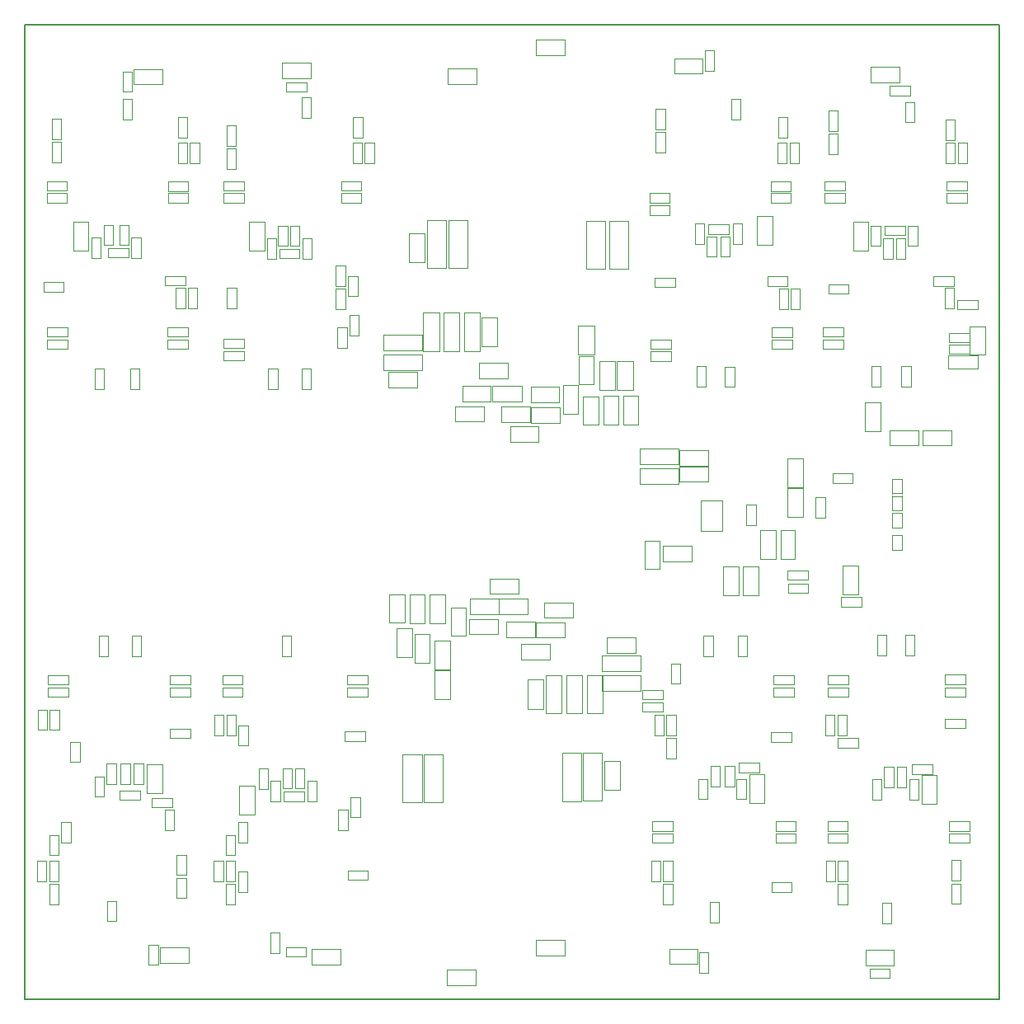
<source format=gbr>
G04 (created by PCBNEW (2013-05-16 BZR 4016)-stable) date 5. 1. 2014 18:07:51*
%MOIN*%
G04 Gerber Fmt 3.4, Leading zero omitted, Abs format*
%FSLAX34Y34*%
G01*
G70*
G90*
G04 APERTURE LIST*
%ADD10C,0.00590551*%
%ADD11C,0.002*%
G04 APERTURE END LIST*
G54D10*
X38779Y-61023D02*
X78149Y-61023D01*
X78149Y-61023D02*
X78149Y-21653D01*
X78149Y-21653D02*
X38779Y-21653D01*
X38779Y-21653D02*
X38779Y-61023D01*
G54D11*
X59441Y-22231D02*
X60599Y-22231D01*
X60599Y-22231D02*
X60599Y-22868D01*
X60589Y-22868D02*
X59431Y-22868D01*
X59431Y-22868D02*
X59431Y-22231D01*
X56666Y-29538D02*
X56666Y-31484D01*
X55892Y-31484D02*
X55892Y-29538D01*
X55892Y-29538D02*
X56666Y-29538D01*
X56666Y-31484D02*
X55892Y-31484D01*
X55800Y-29538D02*
X55800Y-31484D01*
X55026Y-31484D02*
X55026Y-29538D01*
X55026Y-29538D02*
X55800Y-29538D01*
X55800Y-31484D02*
X55026Y-31484D01*
X62237Y-29558D02*
X62237Y-31504D01*
X61463Y-31504D02*
X61463Y-29558D01*
X61463Y-29558D02*
X62237Y-29558D01*
X62237Y-31504D02*
X61463Y-31504D01*
X63162Y-29558D02*
X63162Y-31504D01*
X62388Y-31504D02*
X62388Y-29558D01*
X62388Y-29558D02*
X63162Y-29558D01*
X63162Y-31504D02*
X62388Y-31504D01*
X60498Y-53029D02*
X60498Y-51083D01*
X61272Y-51083D02*
X61272Y-53029D01*
X61272Y-53029D02*
X60498Y-53029D01*
X60498Y-51083D02*
X61272Y-51083D01*
X61325Y-53009D02*
X61325Y-51063D01*
X62099Y-51063D02*
X62099Y-53009D01*
X62099Y-53009D02*
X61325Y-53009D01*
X61325Y-51063D02*
X62099Y-51063D01*
X54888Y-53079D02*
X54888Y-51133D01*
X55662Y-51133D02*
X55662Y-53079D01*
X55662Y-53079D02*
X54888Y-53079D01*
X54888Y-51133D02*
X55662Y-51133D01*
X54042Y-53079D02*
X54042Y-51133D01*
X54816Y-51133D02*
X54816Y-53079D01*
X54816Y-53079D02*
X54042Y-53079D01*
X54042Y-51133D02*
X54816Y-51133D01*
X74215Y-41377D02*
X74215Y-41968D01*
X74215Y-41966D02*
X73835Y-41966D01*
X73835Y-41968D02*
X73835Y-41377D01*
X73835Y-41379D02*
X74215Y-41379D01*
X74215Y-40688D02*
X74215Y-41279D01*
X74215Y-41277D02*
X73835Y-41277D01*
X73835Y-41279D02*
X73835Y-40688D01*
X73835Y-40690D02*
X74215Y-40690D01*
X74225Y-42283D02*
X74225Y-42874D01*
X74225Y-42872D02*
X73845Y-42872D01*
X73845Y-42874D02*
X73845Y-42283D01*
X73845Y-42285D02*
X74225Y-42285D01*
X74215Y-40000D02*
X74215Y-40590D01*
X74215Y-40588D02*
X73835Y-40588D01*
X73835Y-40590D02*
X73835Y-40000D01*
X73835Y-40001D02*
X74215Y-40001D01*
X69894Y-42058D02*
X69894Y-43216D01*
X69894Y-43226D02*
X69337Y-43226D01*
X69337Y-43226D02*
X69337Y-42068D01*
X69337Y-42058D02*
X69894Y-42058D01*
X76113Y-34996D02*
X77271Y-34996D01*
X77281Y-34996D02*
X77281Y-35554D01*
X77281Y-35554D02*
X76123Y-35554D01*
X76113Y-35554D02*
X76113Y-34996D01*
X66099Y-42114D02*
X66099Y-40857D01*
X66099Y-40857D02*
X66951Y-40857D01*
X66951Y-40867D02*
X66951Y-42104D01*
X66951Y-42114D02*
X66099Y-42114D01*
X44338Y-24048D02*
X43180Y-24048D01*
X43180Y-24048D02*
X43180Y-23431D01*
X43180Y-23431D02*
X44338Y-23431D01*
X44338Y-23431D02*
X44338Y-24048D01*
X50332Y-23802D02*
X49174Y-23802D01*
X49174Y-23802D02*
X49174Y-23185D01*
X49174Y-23185D02*
X50332Y-23185D01*
X50332Y-23185D02*
X50332Y-23802D01*
X48448Y-29617D02*
X48448Y-30775D01*
X48448Y-30775D02*
X47831Y-30775D01*
X47831Y-30775D02*
X47831Y-29617D01*
X47831Y-29617D02*
X48448Y-29617D01*
X41331Y-29598D02*
X41331Y-30756D01*
X41331Y-30756D02*
X40715Y-30756D01*
X40715Y-30756D02*
X40715Y-29598D01*
X40715Y-29598D02*
X41331Y-29598D01*
X43707Y-52695D02*
X43707Y-51537D01*
X43707Y-51537D02*
X44324Y-51537D01*
X44324Y-51537D02*
X44324Y-52695D01*
X44324Y-52695D02*
X43707Y-52695D01*
X47437Y-53571D02*
X47437Y-52413D01*
X47437Y-52413D02*
X48054Y-52413D01*
X48054Y-52413D02*
X48054Y-53571D01*
X48054Y-53571D02*
X47437Y-53571D01*
X45391Y-59570D02*
X44233Y-59570D01*
X44233Y-59570D02*
X44233Y-58953D01*
X44233Y-58953D02*
X45391Y-58953D01*
X45391Y-58953D02*
X45391Y-59570D01*
X51523Y-59629D02*
X50365Y-59629D01*
X50365Y-59629D02*
X50365Y-59012D01*
X50365Y-59012D02*
X51523Y-59012D01*
X51523Y-59012D02*
X51523Y-59629D01*
X64814Y-58992D02*
X65972Y-58992D01*
X65972Y-58992D02*
X65972Y-59609D01*
X65972Y-59609D02*
X64814Y-59609D01*
X64814Y-59609D02*
X64814Y-58992D01*
X72747Y-59051D02*
X73905Y-59051D01*
X73905Y-59051D02*
X73905Y-59668D01*
X73905Y-59668D02*
X72747Y-59668D01*
X72747Y-59668D02*
X72747Y-59051D01*
X68057Y-53108D02*
X68057Y-51950D01*
X68057Y-51950D02*
X68674Y-51950D01*
X68674Y-51950D02*
X68674Y-53108D01*
X68674Y-53108D02*
X68057Y-53108D01*
X75016Y-53138D02*
X75016Y-51980D01*
X75016Y-51980D02*
X75633Y-51980D01*
X75633Y-51980D02*
X75633Y-53138D01*
X75633Y-53138D02*
X75016Y-53138D01*
X68989Y-29381D02*
X68989Y-30539D01*
X68989Y-30539D02*
X68372Y-30539D01*
X68372Y-30539D02*
X68372Y-29381D01*
X68372Y-29381D02*
X68989Y-29381D01*
X72867Y-29598D02*
X72867Y-30756D01*
X72867Y-30756D02*
X72250Y-30756D01*
X72250Y-30756D02*
X72250Y-29598D01*
X72250Y-29598D02*
X72867Y-29598D01*
X65021Y-22998D02*
X66179Y-22998D01*
X66179Y-22998D02*
X66179Y-23615D01*
X66179Y-23615D02*
X65021Y-23615D01*
X65021Y-23615D02*
X65021Y-22998D01*
X72974Y-23353D02*
X74132Y-23353D01*
X74132Y-23353D02*
X74132Y-23969D01*
X74132Y-23969D02*
X72974Y-23969D01*
X72974Y-23969D02*
X72974Y-23353D01*
X59091Y-49279D02*
X59091Y-48121D01*
X59091Y-48121D02*
X59727Y-48121D01*
X59727Y-48131D02*
X59727Y-49289D01*
X59727Y-49289D02*
X59091Y-49289D01*
X57240Y-34634D02*
X57240Y-33476D01*
X57240Y-33476D02*
X57877Y-33476D01*
X57877Y-33485D02*
X57877Y-34643D01*
X57877Y-34643D02*
X57240Y-34643D01*
X53476Y-35666D02*
X54634Y-35666D01*
X54634Y-35666D02*
X54634Y-36302D01*
X54624Y-36302D02*
X53466Y-36302D01*
X53466Y-36302D02*
X53466Y-35666D01*
X57029Y-24038D02*
X55871Y-24038D01*
X55871Y-24038D02*
X55871Y-23401D01*
X55880Y-23401D02*
X57038Y-23401D01*
X57038Y-23401D02*
X57038Y-24038D01*
X56989Y-60463D02*
X55831Y-60463D01*
X55831Y-60463D02*
X55831Y-59826D01*
X55840Y-59826D02*
X56998Y-59826D01*
X56998Y-59826D02*
X56998Y-60463D01*
X59441Y-58641D02*
X60599Y-58641D01*
X60599Y-58641D02*
X60599Y-59278D01*
X60589Y-59278D02*
X59431Y-59278D01*
X59431Y-59278D02*
X59431Y-58641D01*
X66386Y-39491D02*
X65228Y-39491D01*
X65228Y-39491D02*
X65228Y-38855D01*
X65237Y-38855D02*
X66395Y-38855D01*
X66395Y-38855D02*
X66395Y-39491D01*
X66386Y-40101D02*
X65228Y-40101D01*
X65228Y-40101D02*
X65228Y-39465D01*
X65237Y-39465D02*
X66395Y-39465D01*
X66395Y-39465D02*
X66395Y-40101D01*
X64578Y-42693D02*
X65736Y-42693D01*
X65736Y-42693D02*
X65736Y-43329D01*
X65726Y-43329D02*
X64568Y-43329D01*
X64568Y-43329D02*
X64568Y-42693D01*
X57940Y-44840D02*
X59098Y-44840D01*
X59098Y-44840D02*
X59098Y-45477D01*
X59088Y-45477D02*
X57930Y-45477D01*
X57930Y-45477D02*
X57930Y-44840D01*
X57909Y-45469D02*
X56751Y-45469D01*
X56751Y-45469D02*
X56751Y-44832D01*
X56760Y-44832D02*
X57918Y-44832D01*
X57918Y-44832D02*
X57918Y-45469D01*
X53796Y-47193D02*
X53796Y-46035D01*
X53796Y-46035D02*
X54432Y-46035D01*
X54432Y-46045D02*
X54432Y-47203D01*
X54432Y-47203D02*
X53796Y-47203D01*
X62181Y-52557D02*
X62181Y-51399D01*
X62181Y-51399D02*
X62818Y-51399D01*
X62818Y-51409D02*
X62818Y-52567D01*
X62818Y-52567D02*
X62181Y-52567D01*
X58854Y-46666D02*
X60012Y-46666D01*
X60012Y-46666D02*
X60012Y-47303D01*
X60002Y-47303D02*
X58844Y-47303D01*
X58844Y-47303D02*
X58844Y-46666D01*
X62295Y-46414D02*
X63453Y-46414D01*
X63453Y-46414D02*
X63453Y-47050D01*
X63443Y-47050D02*
X62285Y-47050D01*
X62285Y-47050D02*
X62285Y-46414D01*
X58243Y-45784D02*
X59401Y-45784D01*
X59401Y-45784D02*
X59401Y-46421D01*
X59391Y-46421D02*
X58233Y-46421D01*
X58233Y-46421D02*
X58233Y-45784D01*
X55963Y-47753D02*
X55963Y-48911D01*
X55963Y-48911D02*
X55326Y-48911D01*
X55326Y-48901D02*
X55326Y-47743D01*
X55326Y-47743D02*
X55963Y-47743D01*
X59201Y-37693D02*
X58043Y-37693D01*
X58043Y-37693D02*
X58043Y-37056D01*
X58052Y-37056D02*
X59210Y-37056D01*
X59210Y-37056D02*
X59210Y-37693D01*
X59247Y-37103D02*
X60405Y-37103D01*
X60405Y-37103D02*
X60405Y-37740D01*
X60395Y-37740D02*
X59237Y-37740D01*
X59237Y-37740D02*
X59237Y-37103D01*
X63349Y-35247D02*
X63349Y-36405D01*
X63349Y-36405D02*
X62713Y-36405D01*
X62713Y-36395D02*
X62713Y-35237D01*
X62713Y-35237D02*
X63349Y-35237D01*
X54924Y-30090D02*
X54924Y-31248D01*
X54924Y-31248D02*
X54288Y-31248D01*
X54288Y-31238D02*
X54288Y-30080D01*
X54288Y-30080D02*
X54924Y-30080D01*
X58303Y-35953D02*
X57145Y-35953D01*
X57145Y-35953D02*
X57145Y-35316D01*
X57154Y-35316D02*
X58312Y-35316D01*
X58312Y-35316D02*
X58312Y-35953D01*
X58838Y-36866D02*
X57680Y-36866D01*
X57680Y-36866D02*
X57680Y-36229D01*
X57689Y-36229D02*
X58847Y-36229D01*
X58847Y-36229D02*
X58847Y-36866D01*
X61145Y-34978D02*
X61145Y-33820D01*
X61145Y-33820D02*
X61782Y-33820D01*
X61782Y-33829D02*
X61782Y-34987D01*
X61782Y-34987D02*
X61145Y-34987D01*
X63633Y-39563D02*
X65185Y-39563D01*
X65185Y-40199D02*
X63633Y-40199D01*
X63633Y-40199D02*
X63633Y-39563D01*
X65185Y-39563D02*
X65185Y-40199D01*
X63633Y-38756D02*
X65185Y-38756D01*
X65185Y-39392D02*
X63633Y-39392D01*
X63633Y-39392D02*
X63633Y-38756D01*
X65185Y-38756D02*
X65185Y-39392D01*
X60475Y-47924D02*
X60475Y-49476D01*
X59839Y-49476D02*
X59839Y-47924D01*
X59839Y-47924D02*
X60475Y-47924D01*
X60475Y-49476D02*
X59839Y-49476D01*
X61302Y-47924D02*
X61302Y-49476D01*
X60666Y-49476D02*
X60666Y-47924D01*
X60666Y-47924D02*
X61302Y-47924D01*
X61302Y-49476D02*
X60666Y-49476D01*
X62129Y-47924D02*
X62129Y-49476D01*
X61492Y-49476D02*
X61492Y-47924D01*
X61492Y-47924D02*
X62129Y-47924D01*
X62129Y-49476D02*
X61492Y-49476D01*
X62098Y-47949D02*
X63650Y-47949D01*
X63650Y-48585D02*
X62098Y-48585D01*
X62098Y-48585D02*
X62098Y-47949D01*
X63650Y-47949D02*
X63650Y-48585D01*
X62098Y-47122D02*
X63650Y-47122D01*
X63650Y-47759D02*
X62098Y-47759D01*
X62098Y-47759D02*
X62098Y-47122D01*
X63650Y-47122D02*
X63650Y-47759D01*
X56532Y-34831D02*
X56532Y-33279D01*
X57168Y-33279D02*
X57168Y-34831D01*
X57168Y-34831D02*
X56532Y-34831D01*
X56532Y-33279D02*
X57168Y-33279D01*
X55705Y-34831D02*
X55705Y-33279D01*
X56341Y-33279D02*
X56341Y-34831D01*
X56341Y-34831D02*
X55705Y-34831D01*
X55705Y-33279D02*
X56341Y-33279D01*
X54878Y-34831D02*
X54878Y-33279D01*
X55514Y-33279D02*
X55514Y-34831D01*
X55514Y-34831D02*
X54878Y-34831D01*
X54878Y-33279D02*
X55514Y-33279D01*
X54831Y-34806D02*
X53279Y-34806D01*
X53279Y-34170D02*
X54831Y-34170D01*
X54831Y-34170D02*
X54831Y-34806D01*
X53279Y-34806D02*
X53279Y-34170D01*
X54831Y-35593D02*
X53279Y-35593D01*
X53279Y-34957D02*
X54831Y-34957D01*
X54831Y-34957D02*
X54831Y-35593D01*
X53279Y-35593D02*
X53279Y-34957D01*
X68418Y-43535D02*
X68418Y-44693D01*
X68418Y-44693D02*
X67801Y-44693D01*
X67801Y-44693D02*
X67801Y-43535D01*
X67801Y-43535D02*
X68418Y-43535D01*
X67621Y-43535D02*
X67621Y-44693D01*
X67621Y-44693D02*
X67004Y-44693D01*
X67004Y-44693D02*
X67004Y-43535D01*
X67004Y-43535D02*
X67621Y-43535D01*
X72453Y-43515D02*
X72453Y-44673D01*
X72453Y-44673D02*
X71837Y-44673D01*
X71837Y-44673D02*
X71837Y-43515D01*
X71837Y-43515D02*
X72453Y-43515D01*
X68510Y-43226D02*
X68510Y-42068D01*
X68510Y-42068D02*
X69127Y-42068D01*
X69127Y-42068D02*
X69127Y-43226D01*
X69127Y-43226D02*
X68510Y-43226D01*
X76975Y-34988D02*
X76975Y-33830D01*
X76975Y-33830D02*
X77591Y-33830D01*
X77591Y-33830D02*
X77591Y-34988D01*
X77591Y-34988D02*
X76975Y-34988D01*
X73359Y-36901D02*
X73359Y-38059D01*
X73359Y-38059D02*
X72742Y-38059D01*
X72742Y-38059D02*
X72742Y-36901D01*
X72742Y-36901D02*
X73359Y-36901D01*
X75070Y-38038D02*
X76228Y-38038D01*
X76228Y-38038D02*
X76228Y-38654D01*
X76228Y-38654D02*
X75070Y-38654D01*
X75070Y-38654D02*
X75070Y-38038D01*
X74890Y-38654D02*
X73732Y-38654D01*
X73732Y-38654D02*
X73732Y-38038D01*
X73732Y-38038D02*
X74890Y-38038D01*
X74890Y-38038D02*
X74890Y-38654D01*
X70219Y-39184D02*
X70219Y-40342D01*
X70219Y-40342D02*
X69603Y-40342D01*
X69603Y-40342D02*
X69603Y-39184D01*
X69603Y-39184D02*
X70219Y-39184D01*
X70219Y-40385D02*
X70219Y-41543D01*
X70219Y-41543D02*
X69603Y-41543D01*
X69603Y-41543D02*
X69603Y-40385D01*
X69603Y-40385D02*
X70219Y-40385D01*
X64442Y-42491D02*
X64442Y-43649D01*
X64442Y-43649D02*
X63825Y-43649D01*
X63825Y-43649D02*
X63825Y-42491D01*
X63825Y-42491D02*
X64442Y-42491D01*
X56611Y-45194D02*
X56611Y-46352D01*
X56611Y-46352D02*
X55994Y-46352D01*
X55994Y-46352D02*
X55994Y-45194D01*
X55994Y-45194D02*
X56611Y-45194D01*
X54521Y-47438D02*
X54521Y-46280D01*
X54521Y-46280D02*
X55138Y-46280D01*
X55138Y-46280D02*
X55138Y-47438D01*
X55138Y-47438D02*
X54521Y-47438D01*
X54324Y-45824D02*
X54324Y-44666D01*
X54324Y-44666D02*
X54941Y-44666D01*
X54941Y-44666D02*
X54941Y-45824D01*
X54941Y-45824D02*
X54324Y-45824D01*
X57574Y-44031D02*
X58732Y-44031D01*
X58732Y-44031D02*
X58732Y-44648D01*
X58732Y-44648D02*
X57574Y-44648D01*
X57574Y-44648D02*
X57574Y-44031D01*
X54119Y-44662D02*
X54119Y-45820D01*
X54119Y-45820D02*
X53502Y-45820D01*
X53502Y-45820D02*
X53502Y-44662D01*
X53502Y-44662D02*
X54119Y-44662D01*
X55131Y-45824D02*
X55131Y-44666D01*
X55131Y-44666D02*
X55748Y-44666D01*
X55748Y-44666D02*
X55748Y-45824D01*
X55748Y-45824D02*
X55131Y-45824D01*
X55961Y-46532D02*
X55961Y-47690D01*
X55961Y-47690D02*
X55344Y-47690D01*
X55344Y-47690D02*
X55344Y-46532D01*
X55344Y-46532D02*
X55961Y-46532D01*
X59779Y-44995D02*
X60937Y-44995D01*
X60937Y-44995D02*
X60937Y-45612D01*
X60937Y-45612D02*
X59779Y-45612D01*
X59779Y-45612D02*
X59779Y-44995D01*
X59440Y-45794D02*
X60598Y-45794D01*
X60598Y-45794D02*
X60598Y-46411D01*
X60598Y-46411D02*
X59440Y-46411D01*
X59440Y-46411D02*
X59440Y-45794D01*
X57890Y-46278D02*
X56732Y-46278D01*
X56732Y-46278D02*
X56732Y-45661D01*
X56732Y-45661D02*
X57890Y-45661D01*
X57890Y-45661D02*
X57890Y-46278D01*
X60525Y-37379D02*
X60525Y-36221D01*
X60525Y-36221D02*
X61142Y-36221D01*
X61142Y-36221D02*
X61142Y-37379D01*
X61142Y-37379D02*
X60525Y-37379D01*
X62615Y-35233D02*
X62615Y-36391D01*
X62615Y-36391D02*
X61998Y-36391D01*
X61998Y-36391D02*
X61998Y-35233D01*
X61998Y-35233D02*
X62615Y-35233D01*
X62772Y-36631D02*
X62772Y-37789D01*
X62772Y-37789D02*
X62155Y-37789D01*
X62155Y-37789D02*
X62155Y-36631D01*
X62155Y-36631D02*
X62772Y-36631D01*
X59543Y-38502D02*
X58385Y-38502D01*
X58385Y-38502D02*
X58385Y-37885D01*
X58385Y-37885D02*
X59543Y-37885D01*
X59543Y-37885D02*
X59543Y-38502D01*
X62958Y-37793D02*
X62958Y-36635D01*
X62958Y-36635D02*
X63575Y-36635D01*
X63575Y-36635D02*
X63575Y-37793D01*
X63575Y-37793D02*
X62958Y-37793D01*
X61953Y-36662D02*
X61953Y-37820D01*
X61953Y-37820D02*
X61336Y-37820D01*
X61336Y-37820D02*
X61336Y-36662D01*
X61336Y-36662D02*
X61953Y-36662D01*
X61147Y-36186D02*
X61147Y-35028D01*
X61147Y-35028D02*
X61764Y-35028D01*
X61764Y-35028D02*
X61764Y-36186D01*
X61764Y-36186D02*
X61147Y-36186D01*
X57327Y-37683D02*
X56169Y-37683D01*
X56169Y-37683D02*
X56169Y-37066D01*
X56169Y-37066D02*
X57327Y-37066D01*
X57327Y-37066D02*
X57327Y-37683D01*
X57606Y-36856D02*
X56448Y-36856D01*
X56448Y-36856D02*
X56448Y-36239D01*
X56448Y-36239D02*
X57606Y-36239D01*
X57606Y-36239D02*
X57606Y-36856D01*
X59220Y-36287D02*
X60378Y-36287D01*
X60378Y-36287D02*
X60378Y-36904D01*
X60378Y-36904D02*
X59220Y-36904D01*
X59220Y-36904D02*
X59220Y-36287D01*
X71120Y-40748D02*
X71120Y-41571D01*
X71120Y-41571D02*
X70740Y-41571D01*
X70740Y-41571D02*
X70740Y-40748D01*
X70740Y-40748D02*
X71120Y-40748D01*
X71773Y-44780D02*
X72596Y-44780D01*
X72596Y-44780D02*
X72596Y-45160D01*
X72596Y-45160D02*
X71773Y-45160D01*
X71773Y-45160D02*
X71773Y-44780D01*
X69617Y-44239D02*
X70441Y-44239D01*
X70441Y-44239D02*
X70441Y-44619D01*
X70441Y-44619D02*
X69617Y-44619D01*
X69617Y-44619D02*
X69617Y-44239D01*
X43556Y-51507D02*
X43556Y-52330D01*
X43556Y-52330D02*
X43176Y-52330D01*
X43176Y-52330D02*
X43176Y-51507D01*
X43176Y-51507D02*
X43556Y-51507D01*
X49233Y-52644D02*
X50057Y-52644D01*
X50057Y-52644D02*
X50057Y-53024D01*
X50057Y-53024D02*
X49233Y-53024D01*
X49233Y-53024D02*
X49233Y-52644D01*
X44156Y-58830D02*
X44156Y-59653D01*
X44156Y-59653D02*
X43776Y-59653D01*
X43776Y-59653D02*
X43776Y-58830D01*
X43776Y-58830D02*
X44156Y-58830D01*
X50145Y-59314D02*
X49322Y-59314D01*
X49322Y-59314D02*
X49322Y-58934D01*
X49322Y-58934D02*
X50145Y-58934D01*
X50145Y-58934D02*
X50145Y-59314D01*
X68462Y-51863D02*
X67639Y-51863D01*
X67639Y-51863D02*
X67639Y-51483D01*
X67639Y-51483D02*
X68462Y-51483D01*
X68462Y-51483D02*
X68462Y-51863D01*
X75460Y-51922D02*
X74637Y-51922D01*
X74637Y-51922D02*
X74637Y-51542D01*
X74637Y-51542D02*
X75460Y-51542D01*
X75460Y-51542D02*
X75460Y-51922D01*
X66410Y-59155D02*
X66410Y-59978D01*
X66410Y-59978D02*
X66030Y-59978D01*
X66030Y-59978D02*
X66030Y-59155D01*
X66030Y-59155D02*
X66410Y-59155D01*
X73738Y-60170D02*
X72915Y-60170D01*
X72915Y-60170D02*
X72915Y-59790D01*
X72915Y-59790D02*
X73738Y-59790D01*
X73738Y-59790D02*
X73738Y-60170D01*
X73525Y-29770D02*
X74348Y-29770D01*
X74348Y-29770D02*
X74348Y-30150D01*
X74348Y-30150D02*
X73525Y-30150D01*
X73525Y-30150D02*
X73525Y-29770D01*
X67222Y-30091D02*
X66399Y-30091D01*
X66399Y-30091D02*
X66399Y-29711D01*
X66399Y-29711D02*
X67222Y-29711D01*
X67222Y-29711D02*
X67222Y-30091D01*
X73732Y-24111D02*
X74555Y-24111D01*
X74555Y-24111D02*
X74555Y-24491D01*
X74555Y-24491D02*
X73732Y-24491D01*
X73732Y-24491D02*
X73732Y-24111D01*
X66266Y-23512D02*
X66266Y-22688D01*
X66266Y-22688D02*
X66646Y-22688D01*
X66646Y-22688D02*
X66646Y-23512D01*
X66646Y-23512D02*
X66266Y-23512D01*
X49880Y-31075D02*
X49056Y-31075D01*
X49056Y-31075D02*
X49056Y-30695D01*
X49056Y-30695D02*
X49880Y-30695D01*
X49880Y-30695D02*
X49880Y-31075D01*
X42127Y-30656D02*
X42951Y-30656D01*
X42951Y-30656D02*
X42951Y-31036D01*
X42951Y-31036D02*
X42127Y-31036D01*
X42127Y-31036D02*
X42127Y-30656D01*
X49332Y-23963D02*
X50155Y-23963D01*
X50155Y-23963D02*
X50155Y-24343D01*
X50155Y-24343D02*
X49332Y-24343D01*
X49332Y-24343D02*
X49332Y-23963D01*
X43103Y-23525D02*
X43103Y-24348D01*
X43103Y-24348D02*
X42723Y-24348D01*
X42723Y-24348D02*
X42723Y-23525D01*
X42723Y-23525D02*
X43103Y-23525D01*
X68319Y-41045D02*
X68319Y-41868D01*
X68319Y-41868D02*
X67939Y-41868D01*
X67939Y-41868D02*
X67939Y-41045D01*
X67939Y-41045D02*
X68319Y-41045D01*
X71418Y-39780D02*
X72241Y-39780D01*
X72241Y-39780D02*
X72241Y-40160D01*
X72241Y-40160D02*
X71418Y-40160D01*
X71418Y-40160D02*
X71418Y-39780D01*
X41758Y-47163D02*
X41758Y-46340D01*
X41758Y-46340D02*
X42138Y-46340D01*
X42138Y-46340D02*
X42138Y-47163D01*
X42138Y-47163D02*
X41758Y-47163D01*
X40987Y-50631D02*
X40987Y-51454D01*
X40987Y-51454D02*
X40607Y-51454D01*
X40607Y-51454D02*
X40607Y-50631D01*
X40607Y-50631D02*
X40987Y-50631D01*
X40529Y-48812D02*
X39706Y-48812D01*
X39706Y-48812D02*
X39706Y-48432D01*
X39706Y-48432D02*
X40529Y-48432D01*
X40529Y-48432D02*
X40529Y-48812D01*
X43423Y-52975D02*
X42600Y-52975D01*
X42600Y-52975D02*
X42600Y-52595D01*
X42600Y-52595D02*
X43423Y-52595D01*
X43423Y-52595D02*
X43423Y-52975D01*
X44627Y-48432D02*
X45451Y-48432D01*
X45451Y-48432D02*
X45451Y-48812D01*
X45451Y-48812D02*
X44627Y-48812D01*
X44627Y-48812D02*
X44627Y-48432D01*
X44627Y-50105D02*
X45451Y-50105D01*
X45451Y-50105D02*
X45451Y-50485D01*
X45451Y-50485D02*
X44627Y-50485D01*
X44627Y-50485D02*
X44627Y-50105D01*
X43024Y-51517D02*
X43024Y-52340D01*
X43024Y-52340D02*
X42644Y-52340D01*
X42644Y-52340D02*
X42644Y-51517D01*
X42644Y-51517D02*
X43024Y-51517D01*
X42453Y-51517D02*
X42453Y-52340D01*
X42453Y-52340D02*
X42073Y-52340D01*
X42073Y-52340D02*
X42073Y-51517D01*
X42073Y-51517D02*
X42453Y-51517D01*
X40160Y-49322D02*
X40160Y-50145D01*
X40160Y-50145D02*
X39780Y-50145D01*
X39780Y-50145D02*
X39780Y-49322D01*
X39780Y-49322D02*
X40160Y-49322D01*
X40529Y-48319D02*
X39706Y-48319D01*
X39706Y-48319D02*
X39706Y-47939D01*
X39706Y-47939D02*
X40529Y-47939D01*
X40529Y-47939D02*
X40529Y-48319D01*
X44627Y-47939D02*
X45451Y-47939D01*
X45451Y-47939D02*
X45451Y-48319D01*
X45451Y-48319D02*
X44627Y-48319D01*
X44627Y-48319D02*
X44627Y-47939D01*
X51704Y-50213D02*
X52527Y-50213D01*
X52527Y-50213D02*
X52527Y-50593D01*
X52527Y-50593D02*
X51704Y-50593D01*
X51704Y-50593D02*
X51704Y-50213D01*
X47577Y-48812D02*
X46753Y-48812D01*
X46753Y-48812D02*
X46753Y-48432D01*
X46753Y-48432D02*
X47577Y-48432D01*
X47577Y-48432D02*
X47577Y-48812D01*
X48595Y-51704D02*
X48595Y-52527D01*
X48595Y-52527D02*
X48215Y-52527D01*
X48215Y-52527D02*
X48215Y-51704D01*
X48215Y-51704D02*
X48595Y-51704D01*
X49160Y-47163D02*
X49160Y-46340D01*
X49160Y-46340D02*
X49540Y-46340D01*
X49540Y-46340D02*
X49540Y-47163D01*
X49540Y-47163D02*
X49160Y-47163D01*
X51812Y-48432D02*
X52636Y-48432D01*
X52636Y-48432D02*
X52636Y-48812D01*
X52636Y-48812D02*
X51812Y-48812D01*
X51812Y-48812D02*
X51812Y-48432D01*
X47788Y-49962D02*
X47788Y-50785D01*
X47788Y-50785D02*
X47408Y-50785D01*
X47408Y-50785D02*
X47408Y-49962D01*
X47408Y-49962D02*
X47788Y-49962D01*
X50071Y-51694D02*
X50071Y-52517D01*
X50071Y-52517D02*
X49691Y-52517D01*
X49691Y-52517D02*
X49691Y-51694D01*
X49691Y-51694D02*
X50071Y-51694D01*
X49579Y-51694D02*
X49579Y-52517D01*
X49579Y-52517D02*
X49199Y-52517D01*
X49199Y-52517D02*
X49199Y-51694D01*
X49199Y-51694D02*
X49579Y-51694D01*
X47296Y-49548D02*
X47296Y-50372D01*
X47296Y-50372D02*
X46916Y-50372D01*
X46916Y-50372D02*
X46916Y-49548D01*
X46916Y-49548D02*
X47296Y-49548D01*
X47577Y-48319D02*
X46753Y-48319D01*
X46753Y-48319D02*
X46753Y-47939D01*
X46753Y-47939D02*
X47577Y-47939D01*
X47577Y-47939D02*
X47577Y-48319D01*
X51812Y-47939D02*
X52636Y-47939D01*
X52636Y-47939D02*
X52636Y-48319D01*
X52636Y-48319D02*
X51812Y-48319D01*
X51812Y-48319D02*
X51812Y-47939D01*
X42473Y-57058D02*
X42473Y-57882D01*
X42473Y-57882D02*
X42093Y-57882D01*
X42093Y-57882D02*
X42093Y-57058D01*
X42093Y-57058D02*
X42473Y-57058D01*
X39750Y-57203D02*
X39750Y-56379D01*
X39750Y-56379D02*
X40130Y-56379D01*
X40130Y-56379D02*
X40130Y-57203D01*
X40130Y-57203D02*
X39750Y-57203D01*
X39750Y-55214D02*
X39750Y-54391D01*
X39750Y-54391D02*
X40130Y-54391D01*
X40130Y-54391D02*
X40130Y-55214D01*
X40130Y-55214D02*
X39750Y-55214D01*
X41581Y-52852D02*
X41581Y-52029D01*
X41581Y-52029D02*
X41961Y-52029D01*
X41961Y-52029D02*
X41961Y-52852D01*
X41961Y-52852D02*
X41581Y-52852D01*
X43909Y-52890D02*
X44732Y-52890D01*
X44732Y-52890D02*
X44732Y-53270D01*
X44732Y-53270D02*
X43909Y-53270D01*
X43909Y-53270D02*
X43909Y-52890D01*
X43097Y-47163D02*
X43097Y-46340D01*
X43097Y-46340D02*
X43477Y-46340D01*
X43477Y-46340D02*
X43477Y-47163D01*
X43477Y-47163D02*
X43097Y-47163D01*
X44908Y-56947D02*
X44908Y-56123D01*
X44908Y-56123D02*
X45288Y-56123D01*
X45288Y-56123D02*
X45288Y-56947D01*
X45288Y-56947D02*
X44908Y-56947D01*
X45288Y-55198D02*
X45288Y-56021D01*
X45288Y-56021D02*
X44908Y-56021D01*
X44908Y-56021D02*
X44908Y-55198D01*
X44908Y-55198D02*
X45288Y-55198D01*
X40130Y-55454D02*
X40130Y-56277D01*
X40130Y-56277D02*
X39750Y-56277D01*
X39750Y-56277D02*
X39750Y-55454D01*
X39750Y-55454D02*
X40130Y-55454D01*
X40623Y-53879D02*
X40623Y-54703D01*
X40623Y-54703D02*
X40243Y-54703D01*
X40243Y-54703D02*
X40243Y-53879D01*
X40243Y-53879D02*
X40623Y-53879D01*
X44432Y-54191D02*
X44432Y-53367D01*
X44432Y-53367D02*
X44812Y-53367D01*
X44812Y-53367D02*
X44812Y-54191D01*
X44812Y-54191D02*
X44432Y-54191D01*
X51822Y-55823D02*
X52645Y-55823D01*
X52645Y-55823D02*
X52645Y-56203D01*
X52645Y-56203D02*
X51822Y-56203D01*
X51822Y-56203D02*
X51822Y-55823D01*
X46896Y-57203D02*
X46896Y-56379D01*
X46896Y-56379D02*
X47276Y-56379D01*
X47276Y-56379D02*
X47276Y-57203D01*
X47276Y-57203D02*
X46896Y-57203D01*
X46896Y-55214D02*
X46896Y-54391D01*
X46896Y-54391D02*
X47276Y-54391D01*
X47276Y-54391D02*
X47276Y-55214D01*
X47276Y-55214D02*
X46896Y-55214D01*
X50184Y-53029D02*
X50184Y-52206D01*
X50184Y-52206D02*
X50564Y-52206D01*
X50564Y-52206D02*
X50564Y-53029D01*
X50564Y-53029D02*
X50184Y-53029D01*
X52315Y-52856D02*
X52315Y-53679D01*
X52315Y-53679D02*
X51935Y-53679D01*
X51935Y-53679D02*
X51935Y-52856D01*
X51935Y-52856D02*
X52315Y-52856D01*
X47768Y-55867D02*
X47768Y-56691D01*
X47768Y-56691D02*
X47388Y-56691D01*
X47388Y-56691D02*
X47388Y-55867D01*
X47388Y-55867D02*
X47768Y-55867D01*
X48707Y-53029D02*
X48707Y-52206D01*
X48707Y-52206D02*
X49087Y-52206D01*
X49087Y-52206D02*
X49087Y-53029D01*
X49087Y-53029D02*
X48707Y-53029D01*
X49077Y-58338D02*
X49077Y-59161D01*
X49077Y-59161D02*
X48697Y-59161D01*
X48697Y-59161D02*
X48697Y-58338D01*
X48697Y-58338D02*
X49077Y-58338D01*
X47276Y-55454D02*
X47276Y-56277D01*
X47276Y-56277D02*
X46896Y-56277D01*
X46896Y-56277D02*
X46896Y-55454D01*
X46896Y-55454D02*
X47276Y-55454D01*
X47768Y-53879D02*
X47768Y-54703D01*
X47768Y-54703D02*
X47388Y-54703D01*
X47388Y-54703D02*
X47388Y-53879D01*
X47388Y-53879D02*
X47768Y-53879D01*
X51443Y-54191D02*
X51443Y-53367D01*
X51443Y-53367D02*
X51823Y-53367D01*
X51823Y-53367D02*
X51823Y-54191D01*
X51823Y-54191D02*
X51443Y-54191D01*
X67546Y-52951D02*
X67546Y-52127D01*
X67546Y-52127D02*
X67926Y-52127D01*
X67926Y-52127D02*
X67926Y-52951D01*
X67926Y-52951D02*
X67546Y-52951D01*
X64565Y-48910D02*
X63741Y-48910D01*
X63741Y-48910D02*
X63741Y-48530D01*
X63741Y-48530D02*
X64565Y-48530D01*
X64565Y-48530D02*
X64565Y-48910D01*
X67585Y-47163D02*
X67585Y-46340D01*
X67585Y-46340D02*
X67965Y-46340D01*
X67965Y-46340D02*
X67965Y-47163D01*
X67965Y-47163D02*
X67585Y-47163D01*
X66207Y-47163D02*
X66207Y-46340D01*
X66207Y-46340D02*
X66587Y-46340D01*
X66587Y-46340D02*
X66587Y-47163D01*
X66587Y-47163D02*
X66207Y-47163D01*
X69037Y-48432D02*
X69860Y-48432D01*
X69860Y-48432D02*
X69860Y-48812D01*
X69860Y-48812D02*
X69037Y-48812D01*
X69037Y-48812D02*
X69037Y-48432D01*
X64711Y-51297D02*
X64711Y-50474D01*
X64711Y-50474D02*
X65091Y-50474D01*
X65091Y-50474D02*
X65091Y-51297D01*
X65091Y-51297D02*
X64711Y-51297D01*
X67453Y-51615D02*
X67453Y-52439D01*
X67453Y-52439D02*
X67073Y-52439D01*
X67073Y-52439D02*
X67073Y-51615D01*
X67073Y-51615D02*
X67453Y-51615D01*
X66863Y-51615D02*
X66863Y-52439D01*
X66863Y-52439D02*
X66483Y-52439D01*
X66483Y-52439D02*
X66483Y-51615D01*
X66483Y-51615D02*
X66863Y-51615D01*
X65091Y-49548D02*
X65091Y-50372D01*
X65091Y-50372D02*
X64711Y-50372D01*
X64711Y-50372D02*
X64711Y-49548D01*
X64711Y-49548D02*
X65091Y-49548D01*
X64888Y-48285D02*
X64888Y-47462D01*
X64888Y-47462D02*
X65268Y-47462D01*
X65268Y-47462D02*
X65268Y-48285D01*
X65268Y-48285D02*
X64888Y-48285D01*
X69037Y-47939D02*
X69860Y-47939D01*
X69860Y-47939D02*
X69860Y-48319D01*
X69860Y-48319D02*
X69037Y-48319D01*
X69037Y-48319D02*
X69037Y-47939D01*
X74514Y-52970D02*
X74514Y-52147D01*
X74514Y-52147D02*
X74894Y-52147D01*
X74894Y-52147D02*
X74894Y-52970D01*
X74894Y-52970D02*
X74514Y-52970D01*
X74357Y-47143D02*
X74357Y-46320D01*
X74357Y-46320D02*
X74737Y-46320D01*
X74737Y-46320D02*
X74737Y-47143D01*
X74737Y-47143D02*
X74357Y-47143D01*
X72065Y-48812D02*
X71241Y-48812D01*
X71241Y-48812D02*
X71241Y-48432D01*
X71241Y-48432D02*
X72065Y-48432D01*
X72065Y-48432D02*
X72065Y-48812D01*
X73215Y-47143D02*
X73215Y-46320D01*
X73215Y-46320D02*
X73595Y-46320D01*
X73595Y-46320D02*
X73595Y-47143D01*
X73595Y-47143D02*
X73215Y-47143D01*
X75966Y-48432D02*
X76789Y-48432D01*
X76789Y-48432D02*
X76789Y-48812D01*
X76789Y-48812D02*
X75966Y-48812D01*
X75966Y-48812D02*
X75966Y-48432D01*
X72449Y-50859D02*
X71625Y-50859D01*
X71625Y-50859D02*
X71625Y-50479D01*
X71625Y-50479D02*
X72449Y-50479D01*
X72449Y-50479D02*
X72449Y-50859D01*
X74402Y-51635D02*
X74402Y-52458D01*
X74402Y-52458D02*
X74022Y-52458D01*
X74022Y-52458D02*
X74022Y-51635D01*
X74022Y-51635D02*
X74402Y-51635D01*
X73890Y-51635D02*
X73890Y-52458D01*
X73890Y-52458D02*
X73510Y-52458D01*
X73510Y-52458D02*
X73510Y-51635D01*
X73510Y-51635D02*
X73890Y-51635D01*
X72001Y-49548D02*
X72001Y-50372D01*
X72001Y-50372D02*
X71621Y-50372D01*
X71621Y-50372D02*
X71621Y-49548D01*
X71621Y-49548D02*
X72001Y-49548D01*
X72065Y-48319D02*
X71241Y-48319D01*
X71241Y-48319D02*
X71241Y-47939D01*
X71241Y-47939D02*
X72065Y-47939D01*
X72065Y-47939D02*
X72065Y-48319D01*
X75966Y-47920D02*
X76789Y-47920D01*
X76789Y-47920D02*
X76789Y-48300D01*
X76789Y-48300D02*
X75966Y-48300D01*
X75966Y-48300D02*
X75966Y-47920D01*
X68948Y-56315D02*
X69771Y-56315D01*
X69771Y-56315D02*
X69771Y-56695D01*
X69771Y-56695D02*
X68948Y-56695D01*
X68948Y-56695D02*
X68948Y-56315D01*
X64565Y-49402D02*
X63741Y-49402D01*
X63741Y-49402D02*
X63741Y-49022D01*
X63741Y-49022D02*
X64565Y-49022D01*
X64565Y-49022D02*
X64565Y-49402D01*
X64958Y-54717D02*
X64135Y-54717D01*
X64135Y-54717D02*
X64135Y-54337D01*
X64135Y-54337D02*
X64958Y-54337D01*
X64958Y-54337D02*
X64958Y-54717D01*
X65991Y-52951D02*
X65991Y-52127D01*
X65991Y-52127D02*
X66371Y-52127D01*
X66371Y-52127D02*
X66371Y-52951D01*
X66371Y-52951D02*
X65991Y-52951D01*
X69115Y-54337D02*
X69939Y-54337D01*
X69939Y-54337D02*
X69939Y-54717D01*
X69939Y-54717D02*
X69115Y-54717D01*
X69115Y-54717D02*
X69115Y-54337D01*
X64573Y-57203D02*
X64573Y-56379D01*
X64573Y-56379D02*
X64953Y-56379D01*
X64953Y-56379D02*
X64953Y-57203D01*
X64953Y-57203D02*
X64573Y-57203D01*
X68928Y-50252D02*
X69752Y-50252D01*
X69752Y-50252D02*
X69752Y-50632D01*
X69752Y-50632D02*
X68928Y-50632D01*
X68928Y-50632D02*
X68928Y-50252D01*
X66839Y-57119D02*
X66839Y-57943D01*
X66839Y-57943D02*
X66459Y-57943D01*
X66459Y-57943D02*
X66459Y-57119D01*
X66459Y-57119D02*
X66839Y-57119D01*
X64953Y-55454D02*
X64953Y-56277D01*
X64953Y-56277D02*
X64573Y-56277D01*
X64573Y-56277D02*
X64573Y-55454D01*
X64573Y-55454D02*
X64953Y-55454D01*
X64958Y-54225D02*
X64135Y-54225D01*
X64135Y-54225D02*
X64135Y-53845D01*
X64135Y-53845D02*
X64958Y-53845D01*
X64958Y-53845D02*
X64958Y-54225D01*
X69115Y-53845D02*
X69939Y-53845D01*
X69939Y-53845D02*
X69939Y-54225D01*
X69939Y-54225D02*
X69115Y-54225D01*
X69115Y-54225D02*
X69115Y-53845D01*
X73800Y-57135D02*
X73800Y-57958D01*
X73800Y-57958D02*
X73420Y-57958D01*
X73420Y-57958D02*
X73420Y-57135D01*
X73420Y-57135D02*
X73800Y-57135D01*
X76227Y-57183D02*
X76227Y-56359D01*
X76227Y-56359D02*
X76607Y-56359D01*
X76607Y-56359D02*
X76607Y-57183D01*
X76607Y-57183D02*
X76227Y-57183D01*
X72045Y-54717D02*
X71222Y-54717D01*
X71222Y-54717D02*
X71222Y-54337D01*
X71222Y-54337D02*
X72045Y-54337D01*
X72045Y-54337D02*
X72045Y-54717D01*
X73018Y-52970D02*
X73018Y-52147D01*
X73018Y-52147D02*
X73398Y-52147D01*
X73398Y-52147D02*
X73398Y-52970D01*
X73398Y-52970D02*
X73018Y-52970D01*
X76123Y-54337D02*
X76947Y-54337D01*
X76947Y-54337D02*
X76947Y-54717D01*
X76947Y-54717D02*
X76123Y-54717D01*
X76123Y-54717D02*
X76123Y-54337D01*
X71640Y-57203D02*
X71640Y-56379D01*
X71640Y-56379D02*
X72020Y-56379D01*
X72020Y-56379D02*
X72020Y-57203D01*
X72020Y-57203D02*
X71640Y-57203D01*
X76607Y-55415D02*
X76607Y-56238D01*
X76607Y-56238D02*
X76227Y-56238D01*
X76227Y-56238D02*
X76227Y-55415D01*
X76227Y-55415D02*
X76607Y-55415D01*
X75966Y-49691D02*
X76789Y-49691D01*
X76789Y-49691D02*
X76789Y-50071D01*
X76789Y-50071D02*
X75966Y-50071D01*
X75966Y-50071D02*
X75966Y-49691D01*
X72020Y-55454D02*
X72020Y-56277D01*
X72020Y-56277D02*
X71640Y-56277D01*
X71640Y-56277D02*
X71640Y-55454D01*
X71640Y-55454D02*
X72020Y-55454D01*
X72045Y-54225D02*
X71222Y-54225D01*
X71222Y-54225D02*
X71222Y-53845D01*
X71222Y-53845D02*
X72045Y-53845D01*
X72045Y-53845D02*
X72045Y-54225D01*
X76123Y-53845D02*
X76947Y-53845D01*
X76947Y-53845D02*
X76947Y-54225D01*
X76947Y-54225D02*
X76123Y-54225D01*
X76123Y-54225D02*
X76123Y-53845D01*
X73378Y-35454D02*
X73378Y-36277D01*
X73378Y-36277D02*
X72998Y-36277D01*
X72998Y-36277D02*
X72998Y-35454D01*
X72998Y-35454D02*
X73378Y-35454D01*
X76123Y-34091D02*
X76947Y-34091D01*
X76947Y-34091D02*
X76947Y-34471D01*
X76947Y-34471D02*
X76123Y-34471D01*
X76123Y-34471D02*
X76123Y-34091D01*
X67453Y-35458D02*
X67453Y-36281D01*
X67453Y-36281D02*
X67073Y-36281D01*
X67073Y-36281D02*
X67073Y-35458D01*
X67073Y-35458D02*
X67453Y-35458D01*
X74587Y-35438D02*
X74587Y-36262D01*
X74587Y-36262D02*
X74207Y-36262D01*
X74207Y-36262D02*
X74207Y-35438D01*
X74207Y-35438D02*
X74587Y-35438D01*
X71868Y-34245D02*
X71045Y-34245D01*
X71045Y-34245D02*
X71045Y-33865D01*
X71045Y-33865D02*
X71868Y-33865D01*
X71868Y-33865D02*
X71868Y-34245D01*
X73471Y-31100D02*
X73471Y-30277D01*
X73471Y-30277D02*
X73851Y-30277D01*
X73851Y-30277D02*
X73851Y-31100D01*
X73851Y-31100D02*
X73471Y-31100D01*
X73983Y-31100D02*
X73983Y-30277D01*
X73983Y-30277D02*
X74363Y-30277D01*
X74363Y-30277D02*
X74363Y-31100D01*
X74363Y-31100D02*
X73983Y-31100D01*
X75513Y-31817D02*
X76336Y-31817D01*
X76336Y-31817D02*
X76336Y-32197D01*
X76336Y-32197D02*
X75513Y-32197D01*
X75513Y-32197D02*
X75513Y-31817D01*
X75951Y-33108D02*
X75951Y-32285D01*
X75951Y-32285D02*
X76331Y-32285D01*
X76331Y-32285D02*
X76331Y-33108D01*
X76331Y-33108D02*
X75951Y-33108D01*
X76123Y-34573D02*
X76947Y-34573D01*
X76947Y-34573D02*
X76947Y-34953D01*
X76947Y-34953D02*
X76123Y-34953D01*
X76123Y-34953D02*
X76123Y-34573D01*
X71868Y-34737D02*
X71045Y-34737D01*
X71045Y-34737D02*
X71045Y-34357D01*
X71045Y-34357D02*
X71868Y-34357D01*
X71868Y-34357D02*
X71868Y-34737D01*
X68978Y-33884D02*
X69801Y-33884D01*
X69801Y-33884D02*
X69801Y-34264D01*
X69801Y-34264D02*
X68978Y-34264D01*
X68978Y-34264D02*
X68978Y-33884D01*
X65057Y-32237D02*
X64233Y-32237D01*
X64233Y-32237D02*
X64233Y-31857D01*
X64233Y-31857D02*
X65057Y-31857D01*
X65057Y-31857D02*
X65057Y-32237D01*
X66233Y-29686D02*
X66233Y-30510D01*
X66233Y-30510D02*
X65853Y-30510D01*
X65853Y-30510D02*
X65853Y-29686D01*
X65853Y-29686D02*
X66233Y-29686D01*
X68781Y-31817D02*
X69604Y-31817D01*
X69604Y-31817D02*
X69604Y-32197D01*
X69604Y-32197D02*
X68781Y-32197D01*
X68781Y-32197D02*
X68781Y-31817D01*
X64899Y-35229D02*
X64076Y-35229D01*
X64076Y-35229D02*
X64076Y-34849D01*
X64076Y-34849D02*
X64899Y-34849D01*
X64899Y-34849D02*
X64899Y-35229D01*
X66312Y-35454D02*
X66312Y-36277D01*
X66312Y-36277D02*
X65932Y-36277D01*
X65932Y-36277D02*
X65932Y-35454D01*
X65932Y-35454D02*
X66312Y-35454D01*
X66896Y-31021D02*
X66896Y-30198D01*
X66896Y-30198D02*
X67276Y-30198D01*
X67276Y-30198D02*
X67276Y-31021D01*
X67276Y-31021D02*
X66896Y-31021D01*
X66345Y-31021D02*
X66345Y-30198D01*
X66345Y-30198D02*
X66725Y-30198D01*
X66725Y-30198D02*
X66725Y-31021D01*
X66725Y-31021D02*
X66345Y-31021D01*
X69258Y-33128D02*
X69258Y-32304D01*
X69258Y-32304D02*
X69638Y-32304D01*
X69638Y-32304D02*
X69638Y-33128D01*
X69638Y-33128D02*
X69258Y-33128D01*
X68978Y-34357D02*
X69801Y-34357D01*
X69801Y-34357D02*
X69801Y-34737D01*
X69801Y-34737D02*
X68978Y-34737D01*
X68978Y-34737D02*
X68978Y-34357D01*
X64899Y-34737D02*
X64076Y-34737D01*
X64076Y-34737D02*
X64076Y-34357D01*
X64076Y-34357D02*
X64899Y-34357D01*
X64899Y-34357D02*
X64899Y-34737D01*
X71266Y-26868D02*
X71266Y-26045D01*
X71266Y-26045D02*
X71646Y-26045D01*
X71646Y-26045D02*
X71646Y-26868D01*
X71646Y-26868D02*
X71266Y-26868D01*
X76371Y-25474D02*
X76371Y-26297D01*
X76371Y-26297D02*
X75991Y-26297D01*
X75991Y-26297D02*
X75991Y-25474D01*
X75991Y-25474D02*
X76371Y-25474D01*
X76025Y-27959D02*
X76848Y-27959D01*
X76848Y-27959D02*
X76848Y-28339D01*
X76848Y-28339D02*
X76025Y-28339D01*
X76025Y-28339D02*
X76025Y-27959D01*
X74855Y-29765D02*
X74855Y-30588D01*
X74855Y-30588D02*
X74475Y-30588D01*
X74475Y-30588D02*
X74475Y-29765D01*
X74475Y-29765D02*
X74855Y-29765D01*
X71927Y-28339D02*
X71104Y-28339D01*
X71104Y-28339D02*
X71104Y-27959D01*
X71104Y-27959D02*
X71927Y-27959D01*
X71927Y-27959D02*
X71927Y-28339D01*
X71646Y-25119D02*
X71646Y-25943D01*
X71646Y-25943D02*
X71266Y-25943D01*
X71266Y-25943D02*
X71266Y-25119D01*
X71266Y-25119D02*
X71646Y-25119D01*
X73359Y-29765D02*
X73359Y-30588D01*
X73359Y-30588D02*
X72979Y-30588D01*
X72979Y-30588D02*
X72979Y-29765D01*
X72979Y-29765D02*
X73359Y-29765D01*
X74361Y-25584D02*
X74361Y-24761D01*
X74361Y-24761D02*
X74741Y-24761D01*
X74741Y-24761D02*
X74741Y-25584D01*
X74741Y-25584D02*
X74361Y-25584D01*
X75991Y-27222D02*
X75991Y-26399D01*
X75991Y-26399D02*
X76371Y-26399D01*
X76371Y-26399D02*
X76371Y-27222D01*
X76371Y-27222D02*
X75991Y-27222D01*
X76025Y-28451D02*
X76848Y-28451D01*
X76848Y-28451D02*
X76848Y-28831D01*
X76848Y-28831D02*
X76025Y-28831D01*
X76025Y-28831D02*
X76025Y-28451D01*
X71927Y-28831D02*
X71104Y-28831D01*
X71104Y-28831D02*
X71104Y-28451D01*
X71104Y-28451D02*
X71927Y-28451D01*
X71927Y-28451D02*
X71927Y-28831D01*
X64658Y-25041D02*
X64658Y-25864D01*
X64658Y-25864D02*
X64278Y-25864D01*
X64278Y-25864D02*
X64278Y-25041D01*
X64278Y-25041D02*
X64658Y-25041D01*
X68919Y-27979D02*
X69742Y-27979D01*
X69742Y-27979D02*
X69742Y-28359D01*
X69742Y-28359D02*
X68919Y-28359D01*
X68919Y-28359D02*
X68919Y-27979D01*
X69599Y-25375D02*
X69599Y-26199D01*
X69599Y-26199D02*
X69219Y-26199D01*
X69219Y-26199D02*
X69219Y-25375D01*
X69219Y-25375D02*
X69599Y-25375D01*
X67768Y-29686D02*
X67768Y-30510D01*
X67768Y-30510D02*
X67388Y-30510D01*
X67388Y-30510D02*
X67388Y-29686D01*
X67388Y-29686D02*
X67768Y-29686D01*
X72075Y-32502D02*
X71251Y-32502D01*
X71251Y-32502D02*
X71251Y-32122D01*
X71251Y-32122D02*
X72075Y-32122D01*
X72075Y-32122D02*
X72075Y-32502D01*
X64840Y-29323D02*
X64017Y-29323D01*
X64017Y-29323D02*
X64017Y-28943D01*
X64017Y-28943D02*
X64840Y-28943D01*
X64840Y-28943D02*
X64840Y-29323D01*
X64278Y-26789D02*
X64278Y-25966D01*
X64278Y-25966D02*
X64658Y-25966D01*
X64658Y-25966D02*
X64658Y-26789D01*
X64658Y-26789D02*
X64278Y-26789D01*
X67329Y-25470D02*
X67329Y-24647D01*
X67329Y-24647D02*
X67709Y-24647D01*
X67709Y-24647D02*
X67709Y-25470D01*
X67709Y-25470D02*
X67329Y-25470D01*
X69199Y-27222D02*
X69199Y-26399D01*
X69199Y-26399D02*
X69579Y-26399D01*
X69579Y-26399D02*
X69579Y-27222D01*
X69579Y-27222D02*
X69199Y-27222D01*
X68919Y-28451D02*
X69742Y-28451D01*
X69742Y-28451D02*
X69742Y-28831D01*
X69742Y-28831D02*
X68919Y-28831D01*
X68919Y-28831D02*
X68919Y-28451D01*
X64840Y-28831D02*
X64017Y-28831D01*
X64017Y-28831D02*
X64017Y-28451D01*
X64017Y-28451D02*
X64840Y-28451D01*
X64840Y-28451D02*
X64840Y-28831D01*
X46935Y-33108D02*
X46935Y-32285D01*
X46935Y-32285D02*
X47315Y-32285D01*
X47315Y-32285D02*
X47315Y-33108D01*
X47315Y-33108D02*
X46935Y-33108D01*
X49987Y-31100D02*
X49987Y-30277D01*
X49987Y-30277D02*
X50367Y-30277D01*
X50367Y-30277D02*
X50367Y-31100D01*
X50367Y-31100D02*
X49987Y-31100D01*
X48550Y-31100D02*
X48550Y-30277D01*
X48550Y-30277D02*
X48930Y-30277D01*
X48930Y-30277D02*
X48930Y-31100D01*
X48930Y-31100D02*
X48550Y-31100D01*
X52276Y-33367D02*
X52276Y-34191D01*
X52276Y-34191D02*
X51896Y-34191D01*
X51896Y-34191D02*
X51896Y-33367D01*
X51896Y-33367D02*
X52276Y-33367D01*
X49382Y-29765D02*
X49382Y-30588D01*
X49382Y-30588D02*
X49002Y-30588D01*
X49002Y-30588D02*
X49002Y-29765D01*
X49002Y-29765D02*
X49382Y-29765D01*
X48989Y-35533D02*
X48989Y-36356D01*
X48989Y-36356D02*
X48609Y-36356D01*
X48609Y-36356D02*
X48609Y-35533D01*
X48609Y-35533D02*
X48989Y-35533D01*
X47616Y-35209D02*
X46793Y-35209D01*
X46793Y-35209D02*
X46793Y-34829D01*
X46793Y-34829D02*
X47616Y-34829D01*
X47616Y-34829D02*
X47616Y-35209D01*
X51725Y-31379D02*
X51725Y-32203D01*
X51725Y-32203D02*
X51345Y-32203D01*
X51345Y-32203D02*
X51345Y-31379D01*
X51345Y-31379D02*
X51725Y-31379D01*
X51345Y-33128D02*
X51345Y-32304D01*
X51345Y-32304D02*
X51725Y-32304D01*
X51725Y-32304D02*
X51725Y-33128D01*
X51725Y-33128D02*
X51345Y-33128D01*
X51404Y-34703D02*
X51404Y-33879D01*
X51404Y-33879D02*
X51784Y-33879D01*
X51784Y-33879D02*
X51784Y-34703D01*
X51784Y-34703D02*
X51404Y-34703D01*
X47616Y-34717D02*
X46793Y-34717D01*
X46793Y-34717D02*
X46793Y-34337D01*
X46793Y-34337D02*
X47616Y-34337D01*
X47616Y-34337D02*
X47616Y-34717D01*
X43398Y-35533D02*
X43398Y-36356D01*
X43398Y-36356D02*
X43018Y-36356D01*
X43018Y-36356D02*
X43018Y-35533D01*
X43018Y-35533D02*
X43398Y-35533D01*
X43069Y-31057D02*
X43069Y-30233D01*
X43069Y-30233D02*
X43449Y-30233D01*
X43449Y-30233D02*
X43449Y-31057D01*
X43449Y-31057D02*
X43069Y-31057D01*
X41463Y-31061D02*
X41463Y-30237D01*
X41463Y-30237D02*
X41843Y-30237D01*
X41843Y-30237D02*
X41843Y-31061D01*
X41843Y-31061D02*
X41463Y-31061D01*
X44529Y-33865D02*
X45352Y-33865D01*
X45352Y-33865D02*
X45352Y-34245D01*
X45352Y-34245D02*
X44529Y-34245D01*
X44529Y-34245D02*
X44529Y-33865D01*
X41961Y-35533D02*
X41961Y-36356D01*
X41961Y-36356D02*
X41581Y-36356D01*
X41581Y-36356D02*
X41581Y-35533D01*
X41581Y-35533D02*
X41961Y-35533D01*
X40490Y-34245D02*
X39667Y-34245D01*
X39667Y-34245D02*
X39667Y-33865D01*
X39667Y-33865D02*
X40490Y-33865D01*
X40490Y-33865D02*
X40490Y-34245D01*
X44430Y-31798D02*
X45254Y-31798D01*
X45254Y-31798D02*
X45254Y-32178D01*
X45254Y-32178D02*
X44430Y-32178D01*
X44430Y-32178D02*
X44430Y-31798D01*
X40342Y-32424D02*
X39519Y-32424D01*
X39519Y-32424D02*
X39519Y-32044D01*
X39519Y-32044D02*
X40342Y-32044D01*
X40342Y-32044D02*
X40342Y-32424D01*
X44869Y-33108D02*
X44869Y-32285D01*
X44869Y-32285D02*
X45249Y-32285D01*
X45249Y-32285D02*
X45249Y-33108D01*
X45249Y-33108D02*
X44869Y-33108D01*
X40490Y-34737D02*
X39667Y-34737D01*
X39667Y-34737D02*
X39667Y-34357D01*
X39667Y-34357D02*
X40490Y-34357D01*
X40490Y-34357D02*
X40490Y-34737D01*
X44529Y-34357D02*
X45352Y-34357D01*
X45352Y-34357D02*
X45352Y-34737D01*
X45352Y-34737D02*
X44529Y-34737D01*
X44529Y-34737D02*
X44529Y-34357D01*
X49947Y-25403D02*
X49947Y-24580D01*
X49947Y-24580D02*
X50327Y-24580D01*
X50327Y-24580D02*
X50327Y-25403D01*
X50327Y-25403D02*
X49947Y-25403D01*
X46916Y-27458D02*
X46916Y-26635D01*
X46916Y-26635D02*
X47296Y-26635D01*
X47296Y-26635D02*
X47296Y-27458D01*
X47296Y-27458D02*
X46916Y-27458D01*
X52414Y-25375D02*
X52414Y-26199D01*
X52414Y-26199D02*
X52034Y-26199D01*
X52034Y-26199D02*
X52034Y-25375D01*
X52034Y-25375D02*
X52414Y-25375D01*
X50339Y-35533D02*
X50339Y-36356D01*
X50339Y-36356D02*
X49959Y-36356D01*
X49959Y-36356D02*
X49959Y-35533D01*
X49959Y-35533D02*
X50339Y-35533D01*
X51556Y-27959D02*
X52380Y-27959D01*
X52380Y-27959D02*
X52380Y-28339D01*
X52380Y-28339D02*
X51556Y-28339D01*
X51556Y-28339D02*
X51556Y-27959D01*
X49875Y-29765D02*
X49875Y-30588D01*
X49875Y-30588D02*
X49495Y-30588D01*
X49495Y-30588D02*
X49495Y-29765D01*
X49495Y-29765D02*
X49875Y-29765D01*
X47296Y-25710D02*
X47296Y-26533D01*
X47296Y-26533D02*
X46916Y-26533D01*
X46916Y-26533D02*
X46916Y-25710D01*
X46916Y-25710D02*
X47296Y-25710D01*
X47636Y-28339D02*
X46812Y-28339D01*
X46812Y-28339D02*
X46812Y-27959D01*
X46812Y-27959D02*
X47636Y-27959D01*
X47636Y-27959D02*
X47636Y-28339D01*
X52014Y-27222D02*
X52014Y-26399D01*
X52014Y-26399D02*
X52394Y-26399D01*
X52394Y-26399D02*
X52394Y-27222D01*
X52394Y-27222D02*
X52014Y-27222D01*
X47636Y-28831D02*
X46812Y-28831D01*
X46812Y-28831D02*
X46812Y-28451D01*
X46812Y-28451D02*
X47636Y-28451D01*
X47636Y-28451D02*
X47636Y-28831D01*
X51556Y-28451D02*
X52380Y-28451D01*
X52380Y-28451D02*
X52380Y-28831D01*
X52380Y-28831D02*
X51556Y-28831D01*
X51556Y-28831D02*
X51556Y-28451D01*
X39849Y-27203D02*
X39849Y-26379D01*
X39849Y-26379D02*
X40229Y-26379D01*
X40229Y-26379D02*
X40229Y-27203D01*
X40229Y-27203D02*
X39849Y-27203D01*
X42335Y-29726D02*
X42335Y-30549D01*
X42335Y-30549D02*
X41955Y-30549D01*
X41955Y-30549D02*
X41955Y-29726D01*
X41955Y-29726D02*
X42335Y-29726D01*
X42965Y-29726D02*
X42965Y-30549D01*
X42965Y-30549D02*
X42585Y-30549D01*
X42585Y-30549D02*
X42585Y-29726D01*
X42585Y-29726D02*
X42965Y-29726D01*
X44548Y-27979D02*
X45372Y-27979D01*
X45372Y-27979D02*
X45372Y-28359D01*
X45372Y-28359D02*
X44548Y-28359D01*
X44548Y-28359D02*
X44548Y-27979D01*
X45327Y-25375D02*
X45327Y-26199D01*
X45327Y-26199D02*
X44947Y-26199D01*
X44947Y-26199D02*
X44947Y-25375D01*
X44947Y-25375D02*
X45327Y-25375D01*
X40470Y-28339D02*
X39647Y-28339D01*
X39647Y-28339D02*
X39647Y-27959D01*
X39647Y-27959D02*
X40470Y-27959D01*
X40470Y-27959D02*
X40470Y-28339D01*
X44947Y-27222D02*
X44947Y-26399D01*
X44947Y-26399D02*
X45327Y-26399D01*
X45327Y-26399D02*
X45327Y-27222D01*
X45327Y-27222D02*
X44947Y-27222D01*
X44548Y-28451D02*
X45372Y-28451D01*
X45372Y-28451D02*
X45372Y-28831D01*
X45372Y-28831D02*
X44548Y-28831D01*
X44548Y-28831D02*
X44548Y-28451D01*
X40229Y-25454D02*
X40229Y-26277D01*
X40229Y-26277D02*
X39849Y-26277D01*
X39849Y-26277D02*
X39849Y-25454D01*
X39849Y-25454D02*
X40229Y-25454D01*
X42715Y-25466D02*
X42715Y-24643D01*
X42715Y-24643D02*
X43095Y-24643D01*
X43095Y-24643D02*
X43095Y-25466D01*
X43095Y-25466D02*
X42715Y-25466D01*
X40470Y-28831D02*
X39647Y-28831D01*
X39647Y-28831D02*
X39647Y-28451D01*
X39647Y-28451D02*
X40470Y-28451D01*
X40470Y-28451D02*
X40470Y-28831D01*
X45439Y-27222D02*
X45439Y-26399D01*
X45439Y-26399D02*
X45819Y-26399D01*
X45819Y-26399D02*
X45819Y-27222D01*
X45819Y-27222D02*
X45439Y-27222D01*
X45361Y-33108D02*
X45361Y-32285D01*
X45361Y-32285D02*
X45741Y-32285D01*
X45741Y-32285D02*
X45741Y-33108D01*
X45741Y-33108D02*
X45361Y-33108D01*
X51837Y-32616D02*
X51837Y-31793D01*
X51837Y-31793D02*
X52217Y-31793D01*
X52217Y-31793D02*
X52217Y-32616D01*
X52217Y-32616D02*
X51837Y-32616D01*
X52506Y-27222D02*
X52506Y-26399D01*
X52506Y-26399D02*
X52886Y-26399D01*
X52886Y-26399D02*
X52886Y-27222D01*
X52886Y-27222D02*
X52506Y-27222D01*
X46804Y-49548D02*
X46804Y-50372D01*
X46804Y-50372D02*
X46424Y-50372D01*
X46424Y-50372D02*
X46424Y-49548D01*
X46424Y-49548D02*
X46804Y-49548D01*
X46784Y-55454D02*
X46784Y-56277D01*
X46784Y-56277D02*
X46404Y-56277D01*
X46404Y-56277D02*
X46404Y-55454D01*
X46404Y-55454D02*
X46784Y-55454D01*
X39638Y-55454D02*
X39638Y-56277D01*
X39638Y-56277D02*
X39258Y-56277D01*
X39258Y-56277D02*
X39258Y-55454D01*
X39258Y-55454D02*
X39638Y-55454D01*
X39668Y-49322D02*
X39668Y-50145D01*
X39668Y-50145D02*
X39288Y-50145D01*
X39288Y-50145D02*
X39288Y-49322D01*
X39288Y-49322D02*
X39668Y-49322D01*
X70431Y-44087D02*
X69608Y-44087D01*
X69608Y-44087D02*
X69608Y-43707D01*
X69608Y-43707D02*
X70431Y-43707D01*
X70431Y-43707D02*
X70431Y-44087D01*
X76483Y-27222D02*
X76483Y-26399D01*
X76483Y-26399D02*
X76863Y-26399D01*
X76863Y-26399D02*
X76863Y-27222D01*
X76863Y-27222D02*
X76483Y-27222D01*
X76478Y-32762D02*
X77301Y-32762D01*
X77301Y-32762D02*
X77301Y-33142D01*
X77301Y-33142D02*
X76478Y-33142D01*
X76478Y-33142D02*
X76478Y-32762D01*
X69731Y-33128D02*
X69731Y-32304D01*
X69731Y-32304D02*
X70111Y-32304D01*
X70111Y-32304D02*
X70111Y-33128D01*
X70111Y-33128D02*
X69731Y-33128D01*
X69691Y-27222D02*
X69691Y-26399D01*
X69691Y-26399D02*
X70071Y-26399D01*
X70071Y-26399D02*
X70071Y-27222D01*
X70071Y-27222D02*
X69691Y-27222D01*
X64599Y-49548D02*
X64599Y-50372D01*
X64599Y-50372D02*
X64219Y-50372D01*
X64219Y-50372D02*
X64219Y-49548D01*
X64219Y-49548D02*
X64599Y-49548D01*
X64461Y-55454D02*
X64461Y-56277D01*
X64461Y-56277D02*
X64081Y-56277D01*
X64081Y-56277D02*
X64081Y-55454D01*
X64081Y-55454D02*
X64461Y-55454D01*
X71528Y-55454D02*
X71528Y-56277D01*
X71528Y-56277D02*
X71148Y-56277D01*
X71148Y-56277D02*
X71148Y-55454D01*
X71148Y-55454D02*
X71528Y-55454D01*
X71508Y-49548D02*
X71508Y-50372D01*
X71508Y-50372D02*
X71128Y-50372D01*
X71128Y-50372D02*
X71128Y-49548D01*
X71128Y-49548D02*
X71508Y-49548D01*
M02*

</source>
